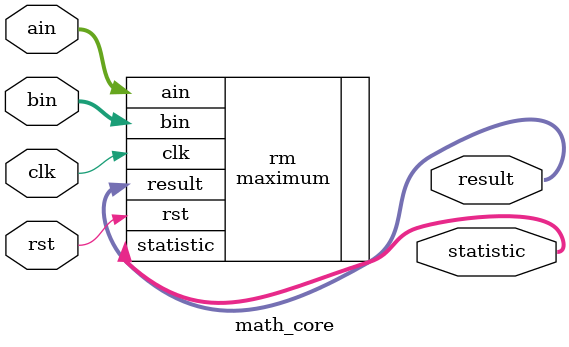
<source format=v>
/*******************************************************************

 Company: UNSW
 Original Author: Lingkan Gong
 Project Name: XPCIe

 Create Date:    15/07/2011
 Design Name:    math_core_maximum

 *******************************************************************/

`timescale 1ns/1ps

module math_core
(
	input                     clk      ,
	input                     rst      ,
	input      [0:31]         ain      ,
	input      [0:31]         bin      ,
	output     [0:31]         result   ,
	output     [0:31]         statistic 
);

	maximum rm (
		.clk              (  clk              ),
		.rst              (  rst              ),
		.ain              (  ain              ),
		.bin              (  bin              ),
		.result           (  result           ),
		.statistic        (  statistic        )
	);

endmodule

</source>
